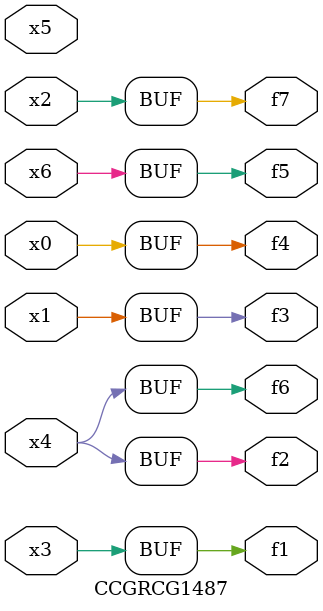
<source format=v>
module CCGRCG1487(
	input x0, x1, x2, x3, x4, x5, x6,
	output f1, f2, f3, f4, f5, f6, f7
);
	assign f1 = x3;
	assign f2 = x4;
	assign f3 = x1;
	assign f4 = x0;
	assign f5 = x6;
	assign f6 = x4;
	assign f7 = x2;
endmodule

</source>
